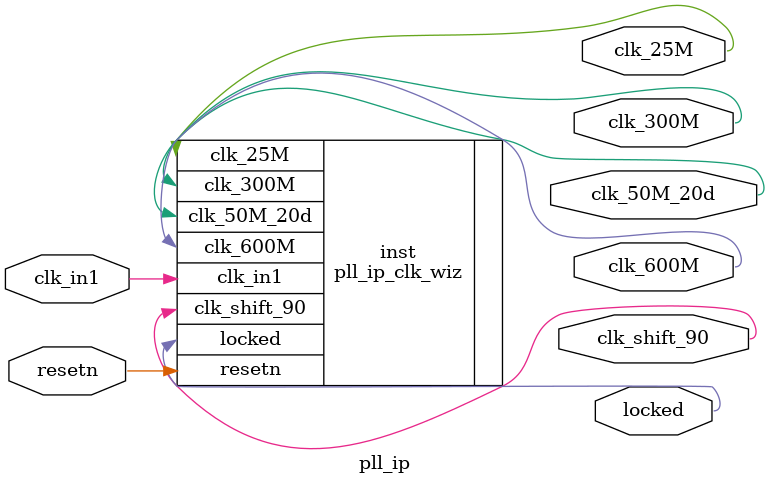
<source format=v>


`timescale 1ps/1ps

(* CORE_GENERATION_INFO = "pll_ip,clk_wiz_v6_0_2_0_0,{component_name=pll_ip,use_phase_alignment=true,use_min_o_jitter=false,use_max_i_jitter=false,use_dyn_phase_shift=false,use_inclk_switchover=false,use_dyn_reconfig=false,enable_axi=0,feedback_source=FDBK_AUTO,PRIMITIVE=PLL,num_out_clk=5,clkin1_period=20.000,clkin2_period=10.0,use_power_down=false,use_reset=true,use_locked=true,use_inclk_stopped=false,feedback_type=SINGLE,CLOCK_MGR_TYPE=NA,manual_override=false}" *)

module pll_ip 
 (
  // Clock out ports
  output        clk_300M,
  output        clk_25M,
  output        clk_shift_90,
  output        clk_50M_20d,
  output        clk_600M,
  // Status and control signals
  input         resetn,
  output        locked,
 // Clock in ports
  input         clk_in1
 );

  pll_ip_clk_wiz inst
  (
  // Clock out ports  
  .clk_300M(clk_300M),
  .clk_25M(clk_25M),
  .clk_shift_90(clk_shift_90),
  .clk_50M_20d(clk_50M_20d),
  .clk_600M(clk_600M),
  // Status and control signals               
  .resetn(resetn), 
  .locked(locked),
 // Clock in ports
  .clk_in1(clk_in1)
  );

endmodule

</source>
